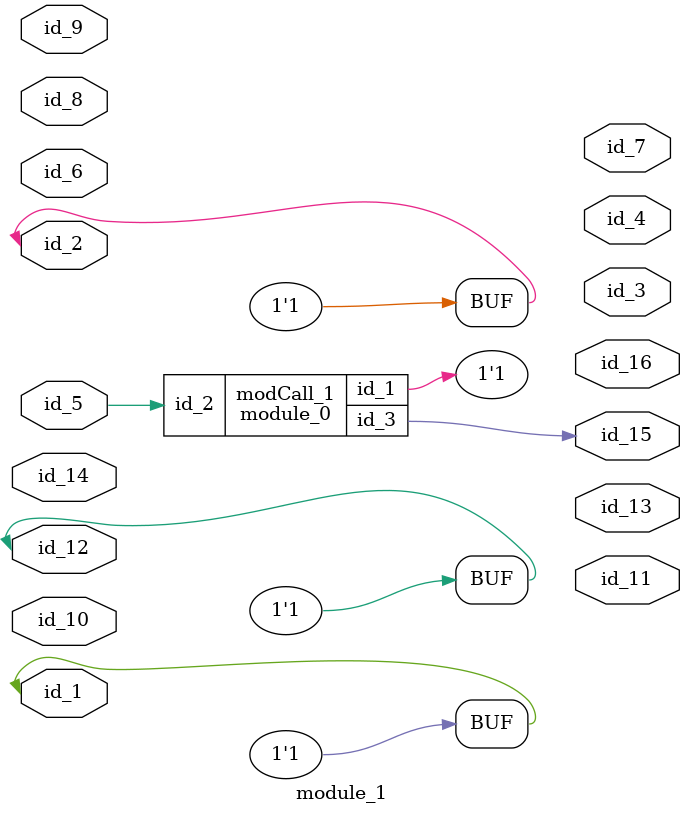
<source format=v>
module module_0 (
    id_1,
    id_2,
    id_3
);
  output wire id_3;
  input wire id_2;
  inout wire id_1;
  wire id_4;
  wire id_5, id_6, id_7, id_8;
endmodule
module module_1 (
    id_1,
    id_2,
    id_3,
    id_4,
    id_5,
    id_6,
    id_7,
    id_8,
    id_9,
    id_10,
    id_11,
    id_12,
    id_13,
    id_14,
    id_15,
    id_16
);
  output wire id_16;
  output wire id_15;
  inout wire id_14;
  output wire id_13;
  inout wire id_12;
  output wire id_11;
  input wire id_10;
  input wire id_9;
  inout wire id_8;
  output wire id_7;
  input wire id_6;
  input wire id_5;
  output wire id_4;
  output wire id_3;
  inout wire id_2;
  input wire id_1;
  assign id_2  = -1;
  assign id_12 = id_1;
  module_0 modCall_1 (
      id_12,
      id_5,
      id_15
  );
  assign id_2 = id_1;
endmodule

</source>
